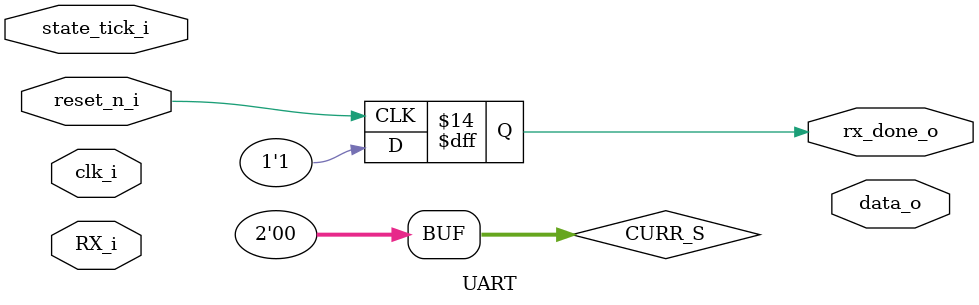
<source format=sv>
`timescale 1ns / 1ps


 module UART
    #(parameter DATA_BITS = 8
    )
    (
    input             clk_i,
    input         reset_n_i,
    input              RX_i,
    input      state_tick_i,
    output reg [7:0] data_o,
    output reg    rx_done_o
    );

    reg [1:0]           CURR_S;
    parameter   IDLE_S = 2'b00;
    parameter  START_S = 2'b01;
    parameter   DATA_S = 2'b10;
    parameter   STOP_S = 2'b11;

    reg [$clog2(DATA_BITS) - 1:0] bit_counter_reg;   // Keeps track of number of bits recieved
    reg [DATA_BITS - 1:0]           uart_data_reg;
    reg [3:0]                    tick_counter_reg;       // For timing within states

    always@(posedge reset_n_i) begin
        CURR_S           <= IDLE_S;
        bit_counter_reg <= 4'b0;
        rx_done_o    <= 1;
    end

    always @(*) begin 
        case(CURR_S)
            //IDLE STATE
            IDLE_S: begin
                if(RX_i == 0 && tick_counter_reg == 4'd7) begin
                    rx_done_o          <= 0;
                    bit_counter_reg    <= 0;
                    tick_counter_reg   <= 0;
                    uart_data_reg      <= 0;
                    CURR_S <= DATA_S;
                end
                else begin
                    tick_counter_reg <= tick_counter_reg + 1;
                end
            end
            //DATA STATE
            DATA_S: begin
                if(tick_counter_reg == 4'd15) begin
                    CURR_S              <= DATA_S;
                    data_o              <= {RX_i, data_o[7:1]};
                    bit_counter_reg     <= bit_counter_reg + 1;
                    tick_counter_reg    <= tick_counter_reg + 1;
                    if(bit_counter_reg == 3'd7) begin
                        CURR_S          <= STOP_S;
                        bit_counter_reg <= 0;
                        rx_done_o       <= 0;
                    end
                end
                else begin
                    tick_counter_reg    <= tick_counter_reg + 1;
                end
            end
            //STOP STATE
            STOP_S: begin
                if(RX_i == 1) begin
                    CURR_S              <= IDLE_S;
                    rx_done_o           <= 1;
                end    
                else begin
                    tick_counter_reg    <= tick_counter_reg + 1;
                end       
            end
            default: CURR_S             <= IDLE_S;
        endcase
    end
endmodule




</source>
